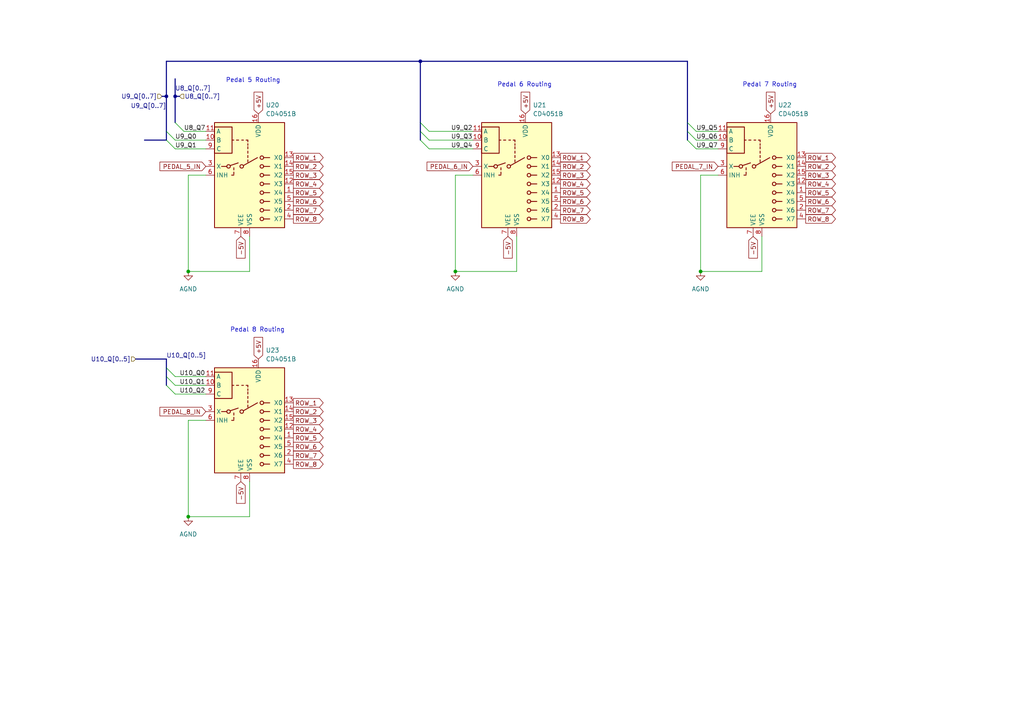
<source format=kicad_sch>
(kicad_sch (version 20250114) (generator "eeschema") (generator_version "9.0")
  (paper "A4")
  (lib_symbols
    (symbol "Analog_Switch:CD4051B"
      (property "Reference" "U" (at -10.16 16.51 0))
      (property "Value" "CD4051B" (at 3.81 16.51 0))
      (symbol "CD4051B_0_1"
        (rectangle (start -10.16 15.24) (end 10.16 -15.24) (stroke (width 0.254)) (fill (type background)))
        (rectangle (start -10.16 6.35) (end -5.08 13.97) (stroke (width 0.254)))
        (polyline (pts (xy -8.128 2.54) (xy -6.604 2.54)) (stroke (width 0.254)))
        (circle (center -6.096 2.54) (radius 0.508) (stroke (width 0.254)))
        (polyline (pts (xy -5.588 2.794) (xy -3.302 3.556)) (stroke (width 0.254)))
        (polyline (pts (xy -4.572 10.16) (xy -5.08 10.16)) (stroke (width 0.254)))
        (polyline (pts (xy -4.572 1.524) (xy -4.572 2.159)) (stroke (width 0.254)))
        (polyline (pts (xy -4.572 0.254) (xy -4.572 0.889)) (stroke (width 0.254)))
        (polyline (pts (xy -4.572 0) (xy -5.207 0)) (stroke (width 0.254)))
        (polyline (pts (xy -3.81 10.16) (xy -3.175 10.16)) (stroke (width 0.254)))
        (circle (center -2.286 2.54) (radius 0.508) (stroke (width 0.254)))
        (polyline (pts (xy -1.778 10.16) (xy -2.286 10.16)) (stroke (width 0.254)))
        (polyline (pts (xy -1.778 2.794) (xy 2.286 5.08)) (stroke (width 0.254)))
        (polyline (pts (xy -0.508 10.16) (xy -1.016 10.16)) (stroke (width 0.254)))
        (polyline (pts (xy -0.508 9.652) (xy -0.508 10.16)) (stroke (width 0.254)))
        (polyline (pts (xy -0.508 8.636) (xy -0.508 9.144)) (stroke (width 0.254)))
        (polyline (pts (xy -0.508 7.62) (xy -0.508 8.255)) (stroke (width 0.254)))
        (polyline (pts (xy -0.508 6.35) (xy -0.508 6.985)) (stroke (width 0.254)))
        (polyline (pts (xy -0.508 5.08) (xy -0.508 5.715)) (stroke (width 0.254)))
        (polyline (pts (xy -0.508 3.81) (xy -0.508 4.445)) (stroke (width 0.254)))
        (circle (center 3.556 5.08) (radius 0.508) (stroke (width 0.254)))
        (circle (center 3.556 2.54) (radius 0.508) (stroke (width 0.254)))
        (circle (center 3.556 0) (radius 0.508) (stroke (width 0.254)))
        (circle (center 3.556 -2.54) (radius 0.508) (stroke (width 0.254)))
        (circle (center 3.556 -5.08) (radius 0.508) (stroke (width 0.254)))
        (circle (center 3.556 -7.62) (radius 0.508) (stroke (width 0.254)))
        (circle (center 3.556 -10.16) (radius 0.508) (stroke (width 0.254)))
        (circle (center 3.556 -12.7) (radius 0.508) (stroke (width 0.254)))
        (polyline (pts (xy 4.064 5.08) (xy 5.842 5.08)) (stroke (width 0.254)))
        (polyline (pts (xy 4.064 2.54) (xy 5.842 2.54)) (stroke (width 0.254)))
        (polyline (pts (xy 4.064 0) (xy 5.842 0)) (stroke (width 0.254)))
        (polyline (pts (xy 4.064 -2.54) (xy 5.842 -2.54)) (stroke (width 0.254)))
        (polyline (pts (xy 4.064 -5.08) (xy 5.842 -5.08)) (stroke (width 0.254)))
        (polyline (pts (xy 4.064 -7.62) (xy 5.842 -7.62)) (stroke (width 0.254)))
        (polyline (pts (xy 4.064 -10.16) (xy 5.842 -10.16)) (stroke (width 0.254)))
        (polyline (pts (xy 4.064 -12.7) (xy 5.842 -12.7)) (stroke (width 0.254)))
      )
      (symbol "CD4051B_1_1"
        (pin input line (at -12.7 12.7 0) (length 2.54) (name "A") (number "11"))
        (pin input line (at -12.7 10.16 0) (length 2.54) (name "B") (number "10"))
        (pin input line (at -12.7 7.62 0) (length 2.54) (name "C") (number "9"))
        (pin bidirectional line (at -12.7 2.54 0) (length 2.54) (name "X") (number "3"))
        (pin input line (at -12.7 0 0) (length 2.54) (name "INH") (number "6"))
        (pin power_in line (at -2.54 -17.78 90) (length 2.54) (name "VEE") (number "7"))
        (pin power_in line (at 0 -17.78 90) (length 2.54) (name "VSS") (number "8"))
        (pin power_in line (at 2.54 17.78 270) (length 2.54) (name "VDD") (number "16"))
        (pin bidirectional line (at 12.7 5.08 180) (length 2.54) (name "X0") (number "13"))
        (pin bidirectional line (at 12.7 2.54 180) (length 2.54) (name "X1") (number "14"))
        (pin bidirectional line (at 12.7 0 180) (length 2.54) (name "X2") (number "15"))
        (pin bidirectional line (at 12.7 -2.54 180) (length 2.54) (name "X3") (number "12"))
        (pin bidirectional line (at 12.7 -5.08 180) (length 2.54) (name "X4") (number "1"))
        (pin bidirectional line (at 12.7 -7.62 180) (length 2.54) (name "X5") (number "5"))
        (pin bidirectional line (at 12.7 -10.16 180) (length 2.54) (name "X6") (number "2"))
        (pin bidirectional line (at 12.7 -12.7 180) (length 2.54) (name "X7") (number "4"))
      )
    )
    (symbol "power:GND" (power) (pin_numbers (hide yes)) (pin_names (offset 0) (hide yes))
      (property "Value" "GND" (at 0 -3.81 0))
      (symbol "GND_0_1"
        (polyline (pts (xy 0 0) (xy 0 -1.27) (xy 1.27 -1.27) (xy 0 -2.54) (xy -1.27 -1.27) (xy 0 -1.27)))
      )
      (symbol "GND_1_1"
        (pin power_in line (at 0 0 270) (length 0) (name "~") (number "1"))
      )
    )
  )
  (text "Pedal 8 Routing" (at 74.676 95.758 0) (effects (font (size 1.27 1.27))))
  (text "Pedal 5 Routing" (at 73.406 23.368 0) (effects (font (size 1.27 1.27))))
  (text "Pedal 6 Routing" (at 152.146 24.638 0) (effects (font (size 1.27 1.27))))
  (text "Pedal 7 Routing" (at 223.266 24.638 0) (effects (font (size 1.27 1.27))))
  (junction (at 203.2 78.74))
  (junction (at 50.8 27.94))
  (junction (at 54.61 149.86))
  (junction (at 54.61 78.74))
  (junction (at 132.08 78.74))
  (junction (at 121.92 17.78))
  (junction (at 48.26 27.94))
  (bus_entry (at 48.26 38.1) (size 2.54 2.54))
  (bus_entry (at 199.39 40.64) (size 2.54 2.54))
  (bus_entry (at 121.92 40.64) (size 2.54 2.54))
  (bus_entry (at 199.39 35.56) (size 2.54 2.54))
  (bus_entry (at 199.39 38.1) (size 2.54 2.54))
  (bus_entry (at 48.26 111.76) (size 2.54 2.54))
  (bus_entry (at 121.92 35.56) (size 2.54 2.54))
  (bus_entry (at 121.92 38.1) (size 2.54 2.54))
  (bus_entry (at 48.26 106.68) (size 2.54 2.54))
  (bus_entry (at 48.26 109.22) (size 2.54 2.54))
  (bus_entry (at 50.8 35.56) (size 2.54 2.54))
  (bus_entry (at 48.26 40.64) (size 2.54 2.54))
  (wire (pts (xy 149.86 68.58) (xy 149.86 78.74)))
  (wire (pts (xy 203.2 50.8) (xy 203.2 78.74)))
  (bus (pts (xy 39.37 104.14) (xy 48.26 104.14)))
  (wire (pts (xy 220.98 78.74) (xy 203.2 78.74)))
  (wire (pts (xy 50.8 40.64) (xy 59.69 40.64)))
  (wire (pts (xy 50.8 111.76) (xy 59.69 111.76)))
  (wire (pts (xy 208.28 50.8) (xy 203.2 50.8)))
  (bus (pts (xy 46.99 27.94) (xy 48.26 27.94)))
  (wire (pts (xy 72.39 149.86) (xy 54.61 149.86)))
  (wire (pts (xy 53.34 38.1) (xy 59.69 38.1)))
  (bus (pts (xy 199.39 38.1) (xy 199.39 40.64)))
  (bus (pts (xy 50.8 22.86) (xy 50.8 27.94)))
  (bus (pts (xy 199.39 35.56) (xy 199.39 38.1)))
  (wire (pts (xy 124.46 40.64) (xy 137.16 40.64)))
  (bus (pts (xy 48.26 17.78) (xy 48.26 27.94)))
  (wire (pts (xy 50.8 43.18) (xy 59.69 43.18)))
  (bus (pts (xy 48.26 40.64) (xy 41.91 40.64)))
  (wire (pts (xy 201.93 43.18) (xy 208.28 43.18)))
  (bus (pts (xy 50.8 27.94) (xy 50.8 35.56)))
  (wire (pts (xy 149.86 78.74) (xy 132.08 78.74)))
  (bus (pts (xy 48.26 104.14) (xy 48.26 106.68)))
  (wire (pts (xy 50.8 114.3) (xy 59.69 114.3)))
  (bus (pts (xy 50.8 27.94) (xy 52.07 27.94)))
  (bus (pts (xy 48.26 27.94) (xy 48.26 38.1)))
  (bus (pts (xy 121.92 17.78) (xy 48.26 17.78)))
  (wire (pts (xy 59.69 50.8) (xy 54.61 50.8)))
  (bus (pts (xy 48.26 109.22) (xy 48.26 111.76)))
  (wire (pts (xy 201.93 38.1) (xy 208.28 38.1)))
  (wire (pts (xy 54.61 50.8) (xy 54.61 78.74)))
  (bus (pts (xy 121.92 40.64) (xy 121.92 38.1)))
  (bus (pts (xy 121.92 35.56) (xy 121.92 17.78)))
  (bus (pts (xy 48.26 106.68) (xy 48.26 109.22)))
  (wire (pts (xy 59.69 121.92) (xy 54.61 121.92)))
  (bus (pts (xy 48.26 38.1) (xy 48.26 40.64)))
  (wire (pts (xy 124.46 43.18) (xy 137.16 43.18)))
  (wire (pts (xy 201.93 40.64) (xy 208.28 40.64)))
  (wire (pts (xy 72.39 139.7) (xy 72.39 149.86)))
  (bus (pts (xy 199.39 17.78) (xy 121.92 17.78)))
  (bus (pts (xy 121.92 38.1) (xy 121.92 35.56)))
  (wire (pts (xy 132.08 50.8) (xy 132.08 78.74)))
  (wire (pts (xy 72.39 68.58) (xy 72.39 78.74)))
  (bus (pts (xy 199.39 17.78) (xy 199.39 35.56)))
  (wire (pts (xy 220.98 68.58) (xy 220.98 78.74)))
  (wire (pts (xy 54.61 121.92) (xy 54.61 149.86)))
  (wire (pts (xy 124.46 38.1) (xy 137.16 38.1)))
  (wire (pts (xy 137.16 50.8) (xy 132.08 50.8)))
  (wire (pts (xy 72.39 78.74) (xy 54.61 78.74)))
  (wire (pts (xy 50.8 109.22) (xy 59.69 109.22)))
  (label "U8_Q[0..7]" (at 50.8 26.67 0))
  (label "U9_Q3" (at 130.81 40.64 0))
  (label "U10_Q2" (at 52.07 114.3 0))
  (label "U10_Q[0..5]" (at 48.26 104.14 0))
  (label "U9_Q[0..7]" (at 48.26 31.75 180))
  (label "U9_Q4" (at 130.81 43.18 0))
  (label "U9_Q2" (at 130.81 38.1 0))
  (label "U9_Q0" (at 50.8 40.64 0))
  (label "U9_Q1" (at 50.8 43.18 0))
  (label "U9_Q7" (at 201.93 43.18 0))
  (label "U8_Q7" (at 53.34 38.1 0))
  (label "U10_Q0" (at 52.07 109.22 0))
  (label "U10_Q1" (at 52.07 111.76 0))
  (label "U9_Q6" (at 201.93 40.64 0))
  (label "U9_Q5" (at 201.93 38.1 0))
  (global_label "+5V" (shape input) (at 74.93 104.14 90) (property "Intersheetrefs" "${INTERSHEET_REFS}" (effects (hide yes))))
  (global_label "ROW_7" (shape output) (at 233.68 60.96 0) (property "Intersheetrefs" "${INTERSHEET_REFS}" (effects (hide yes))))
  (global_label "ROW_2" (shape output) (at 233.68 48.26 0) (property "Intersheetrefs" "${INTERSHEET_REFS}" (effects (hide yes))))
  (global_label "ROW_2" (shape output) (at 85.09 119.38 0) (property "Intersheetrefs" "${INTERSHEET_REFS}" (effects (hide yes))))
  (global_label "ROW_3" (shape output) (at 85.09 121.92 0) (property "Intersheetrefs" "${INTERSHEET_REFS}" (effects (hide yes))))
  (global_label "ROW_4" (shape output) (at 162.56 53.34 0) (property "Intersheetrefs" "${INTERSHEET_REFS}" (effects (hide yes))))
  (global_label "PEDAL_6_IN" (shape input) (at 137.16 48.26 180) (property "Intersheetrefs" "${INTERSHEET_REFS}" (effects (hide yes))))
  (global_label "PEDAL_5_IN" (shape input) (at 59.69 48.26 180) (property "Intersheetrefs" "${INTERSHEET_REFS}" (effects (hide yes))))
  (global_label "ROW_4" (shape output) (at 233.68 53.34 0) (property "Intersheetrefs" "${INTERSHEET_REFS}" (effects (hide yes))))
  (global_label "ROW_7" (shape output) (at 85.09 132.08 0) (property "Intersheetrefs" "${INTERSHEET_REFS}" (effects (hide yes))))
  (global_label "ROW_4" (shape output) (at 85.09 124.46 0) (property "Intersheetrefs" "${INTERSHEET_REFS}" (effects (hide yes))))
  (global_label "ROW_7" (shape output) (at 85.09 60.96 0) (property "Intersheetrefs" "${INTERSHEET_REFS}" (effects (hide yes))))
  (global_label "ROW_6" (shape output) (at 162.56 58.42 0) (property "Intersheetrefs" "${INTERSHEET_REFS}" (effects (hide yes))))
  (global_label "-5V" (shape input) (at 69.85 139.7 270) (property "Intersheetrefs" "${INTERSHEET_REFS}" (effects (hide yes))))
  (global_label "ROW_8" (shape output) (at 85.09 63.5 0) (property "Intersheetrefs" "${INTERSHEET_REFS}" (effects (hide yes))))
  (global_label "ROW_6" (shape output) (at 85.09 129.54 0) (property "Intersheetrefs" "${INTERSHEET_REFS}" (effects (hide yes))))
  (global_label "ROW_3" (shape output) (at 85.09 50.8 0) (property "Intersheetrefs" "${INTERSHEET_REFS}" (effects (hide yes))))
  (global_label "PEDAL_8_IN" (shape input) (at 59.69 119.38 180) (property "Intersheetrefs" "${INTERSHEET_REFS}" (effects (hide yes))))
  (global_label "ROW_8" (shape output) (at 233.68 63.5 0) (property "Intersheetrefs" "${INTERSHEET_REFS}" (effects (hide yes))))
  (global_label "ROW_3" (shape output) (at 162.56 50.8 0) (property "Intersheetrefs" "${INTERSHEET_REFS}" (effects (hide yes))))
  (global_label "-5V" (shape input) (at 147.32 68.58 270) (property "Intersheetrefs" "${INTERSHEET_REFS}" (effects (hide yes))))
  (global_label "ROW_2" (shape output) (at 162.56 48.26 0) (property "Intersheetrefs" "${INTERSHEET_REFS}" (effects (hide yes))))
  (global_label "ROW_5" (shape output) (at 85.09 127 0) (property "Intersheetrefs" "${INTERSHEET_REFS}" (effects (hide yes))))
  (global_label "ROW_1" (shape output) (at 85.09 45.72 0) (property "Intersheetrefs" "${INTERSHEET_REFS}" (effects (hide yes))))
  (global_label "+5V" (shape input) (at 152.4 33.02 90) (property "Intersheetrefs" "${INTERSHEET_REFS}" (effects (hide yes))))
  (global_label "PEDAL_7_IN" (shape input) (at 208.28 48.26 180) (property "Intersheetrefs" "${INTERSHEET_REFS}" (effects (hide yes))))
  (global_label "-5V" (shape input) (at 69.85 68.58 270) (property "Intersheetrefs" "${INTERSHEET_REFS}" (effects (hide yes))))
  (global_label "ROW_6" (shape output) (at 85.09 58.42 0) (property "Intersheetrefs" "${INTERSHEET_REFS}" (effects (hide yes))))
  (global_label "ROW_2" (shape output) (at 85.09 48.26 0) (property "Intersheetrefs" "${INTERSHEET_REFS}" (effects (hide yes))))
  (global_label "ROW_8" (shape output) (at 162.56 63.5 0) (property "Intersheetrefs" "${INTERSHEET_REFS}" (effects (hide yes))))
  (global_label "ROW_6" (shape output) (at 233.68 58.42 0) (property "Intersheetrefs" "${INTERSHEET_REFS}" (effects (hide yes))))
  (global_label "ROW_5" (shape output) (at 233.68 55.88 0) (property "Intersheetrefs" "${INTERSHEET_REFS}" (effects (hide yes))))
  (global_label "ROW_1" (shape output) (at 233.68 45.72 0) (property "Intersheetrefs" "${INTERSHEET_REFS}" (effects (hide yes))))
  (global_label "ROW_1" (shape output) (at 162.56 45.72 0) (property "Intersheetrefs" "${INTERSHEET_REFS}" (effects (hide yes))))
  (global_label "ROW_3" (shape output) (at 233.68 50.8 0) (property "Intersheetrefs" "${INTERSHEET_REFS}" (effects (hide yes))))
  (global_label "ROW_8" (shape output) (at 85.09 134.62 0) (property "Intersheetrefs" "${INTERSHEET_REFS}" (effects (hide yes))))
  (global_label "ROW_5" (shape output) (at 162.56 55.88 0) (property "Intersheetrefs" "${INTERSHEET_REFS}" (effects (hide yes))))
  (global_label "+5V" (shape input) (at 74.93 33.02 90) (property "Intersheetrefs" "${INTERSHEET_REFS}" (effects (hide yes))))
  (global_label "+5V" (shape input) (at 223.52 33.02 90) (property "Intersheetrefs" "${INTERSHEET_REFS}" (effects (hide yes))))
  (global_label "-5V" (shape input) (at 218.44 68.58 270) (property "Intersheetrefs" "${INTERSHEET_REFS}" (effects (hide yes))))
  (global_label "ROW_4" (shape output) (at 85.09 53.34 0) (property "Intersheetrefs" "${INTERSHEET_REFS}" (effects (hide yes))))
  (global_label "ROW_1" (shape output) (at 85.09 116.84 0) (property "Intersheetrefs" "${INTERSHEET_REFS}" (effects (hide yes))))
  (global_label "ROW_5" (shape output) (at 85.09 55.88 0) (property "Intersheetrefs" "${INTERSHEET_REFS}" (effects (hide yes))))
  (global_label "ROW_7" (shape output) (at 162.56 60.96 0) (property "Intersheetrefs" "${INTERSHEET_REFS}" (effects (hide yes))))
  (hierarchical_label "U10_Q[0..5]" (shape input) (at 39.37 104.14 180))
  (hierarchical_label "U8_Q[0..7]" (shape input) (at 52.07 27.94 0))
  (hierarchical_label "U9_Q[0..7]" (shape input) (at 46.99 27.94 180))
  (symbol (lib_id "Analog_Switch:CD4051B") (at 72.39 121.92 0) (unit 1)
    (property "Reference" "U23" (at 77.0733 101.6 0) (effects (justify left)))
    (property "Value" "CD4051B" (at 77.0733 104.14 0) (effects (justify left)))
    (property "Footprint" "Package_DIP:CERDIP-16_W7.62mm_SideBrazed" (effects (hide yes)))
    (property "Datasheet" "http://www.ti.com/lit/ds/symlink/cd4052b.pdf" (effects (hide yes)))
    (property "Description" "CMOS single 8-channel analog multiplexer demultiplexer, TSSOP-16/DIP-16/SOIC-16" (effects (hide yes)))
  )
  (symbol (lib_id "power:GND") (at 132.08 78.74 0) (unit 1)
    (property "Reference" "#PWR0604" (effects (hide yes)))
    (property "Value" "AGND" (at 132.08 83.82 0))
    (property "Description" "Power symbol creates a global label with name \"GND\" , ground" (effects (hide yes)))
  )
  (symbol (lib_id "power:GND") (at 54.61 78.74 0) (unit 1)
    (property "Reference" "#PWR0601" (effects (hide yes)))
    (property "Value" "AGND" (at 54.61 83.82 0))
    (property "Description" "Power symbol creates a global label with name \"GND\" , ground" (effects (hide yes)))
  )
  (symbol (lib_id "power:GND") (at 203.2 78.74 0) (unit 1)
    (property "Reference" "#PWR0603" (effects (hide yes)))
    (property "Value" "AGND" (at 203.2 83.82 0))
    (property "Description" "Power symbol creates a global label with name \"GND\" , ground" (effects (hide yes)))
  )
  (symbol (lib_id "Analog_Switch:CD4051B") (at 72.39 50.8 0) (unit 1)
    (property "Reference" "U20" (at 77.0733 30.48 0) (effects (justify left)))
    (property "Value" "CD4051B" (at 77.0733 33.02 0) (effects (justify left)))
    (property "Footprint" "Package_DIP:CERDIP-16_W7.62mm_SideBrazed" (effects (hide yes)))
    (property "Datasheet" "http://www.ti.com/lit/ds/symlink/cd4052b.pdf" (effects (hide yes)))
    (property "Description" "CMOS single 8-channel analog multiplexer demultiplexer, TSSOP-16/DIP-16/SOIC-16" (effects (hide yes)))
  )
  (symbol (lib_id "power:GND") (at 54.61 149.86 0) (unit 1)
    (property "Reference" "#PWR0602" (effects (hide yes)))
    (property "Value" "AGND" (at 54.61 154.94 0))
    (property "Description" "Power symbol creates a global label with name \"GND\" , ground" (effects (hide yes)))
  )
  (symbol (lib_id "Analog_Switch:CD4051B") (at 149.86 50.8 0) (unit 1)
    (property "Reference" "U21" (at 154.5433 30.48 0) (effects (justify left)))
    (property "Value" "CD4051B" (at 154.5433 33.02 0) (effects (justify left)))
    (property "Footprint" "Package_DIP:CERDIP-16_W7.62mm_SideBrazed" (effects (hide yes)))
    (property "Datasheet" "http://www.ti.com/lit/ds/symlink/cd4052b.pdf" (effects (hide yes)))
    (property "Description" "CMOS single 8-channel analog multiplexer demultiplexer, TSSOP-16/DIP-16/SOIC-16" (effects (hide yes)))
  )
  (symbol (lib_id "Analog_Switch:CD4051B") (at 220.98 50.8 0) (unit 1)
    (property "Reference" "U22" (at 225.6633 30.48 0) (effects (justify left)))
    (property "Value" "CD4051B" (at 225.6633 33.02 0) (effects (justify left)))
    (property "Footprint" "Package_DIP:CERDIP-16_W7.62mm_SideBrazed" (effects (hide yes)))
    (property "Datasheet" "http://www.ti.com/lit/ds/symlink/cd4052b.pdf" (effects (hide yes)))
    (property "Description" "CMOS single 8-channel analog multiplexer demultiplexer, TSSOP-16/DIP-16/SOIC-16" (effects (hide yes)))
  )
)
</source>
